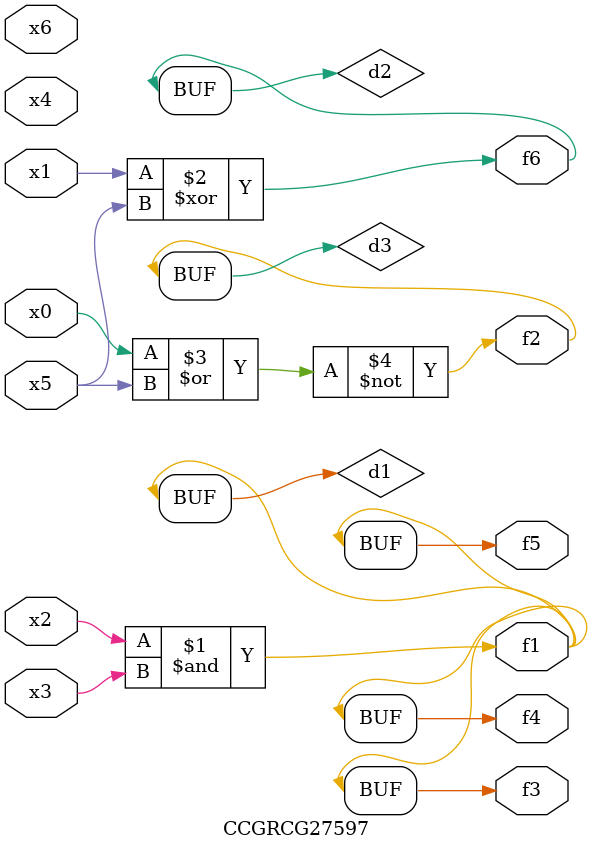
<source format=v>
module CCGRCG27597(
	input x0, x1, x2, x3, x4, x5, x6,
	output f1, f2, f3, f4, f5, f6
);

	wire d1, d2, d3;

	and (d1, x2, x3);
	xor (d2, x1, x5);
	nor (d3, x0, x5);
	assign f1 = d1;
	assign f2 = d3;
	assign f3 = d1;
	assign f4 = d1;
	assign f5 = d1;
	assign f6 = d2;
endmodule

</source>
